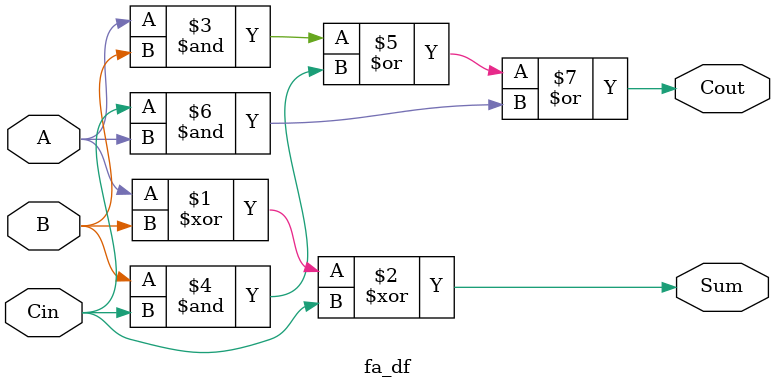
<source format=v>
module fa_df(
    input A,
    input B,
    input Cin,
    output Sum,
    output Cout
);

    assign Sum = A^B^Cin;
    assign Cout = (A&B)|(B&Cin)|(Cin&A);
endmodule
</source>
